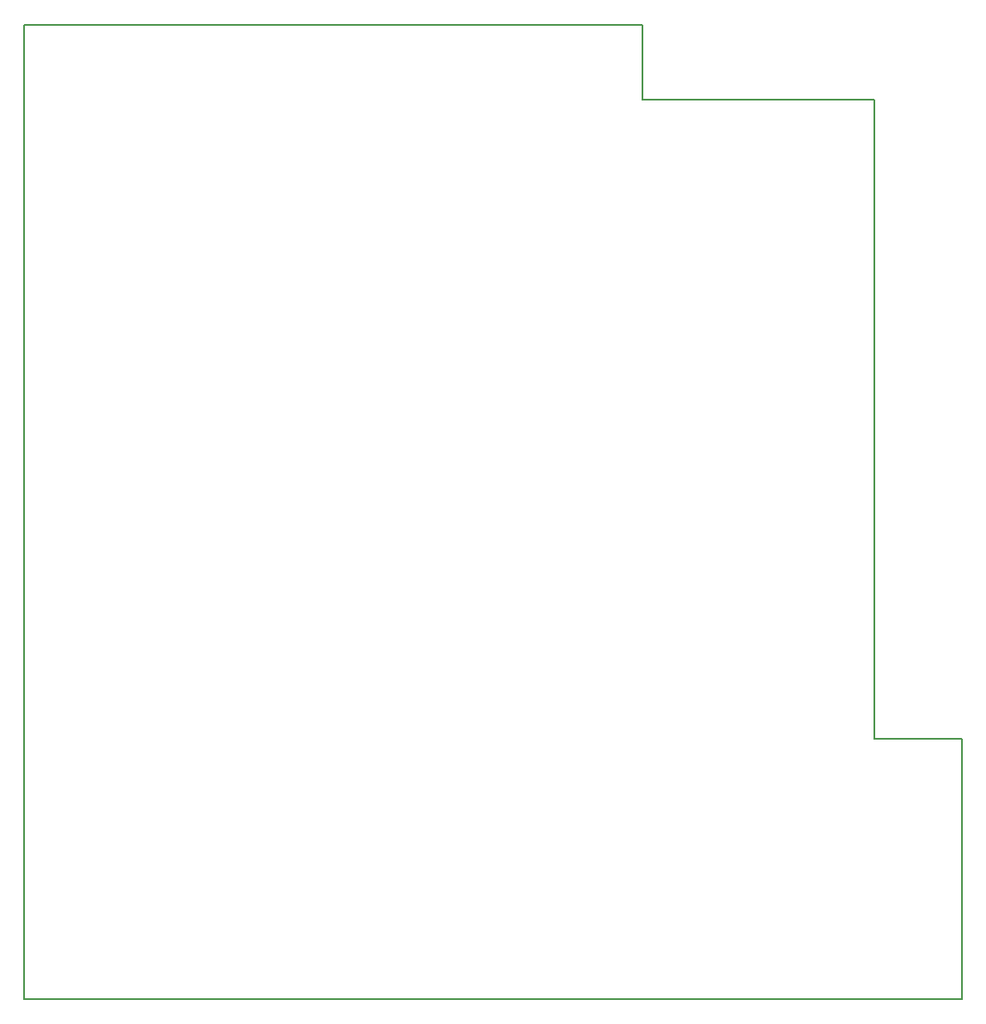
<source format=gbr>
G04 (created by PCBNEW (2013-may-18)-stable) date Вс 24 янв 2016 11:36:20*
%MOIN*%
G04 Gerber Fmt 3.4, Leading zero omitted, Abs format*
%FSLAX34Y34*%
G01*
G70*
G90*
G04 APERTURE LIST*
%ADD10C,0.00590551*%
G04 APERTURE END LIST*
G54D10*
X128000Y-27900D02*
X128000Y-52700D01*
X119400Y-27900D02*
X128000Y-27900D01*
X119000Y-27900D02*
X119400Y-27900D01*
X119000Y-25000D02*
X119000Y-27900D01*
X95000Y-25000D02*
X119000Y-25000D01*
X95000Y-62800D02*
X95000Y-25000D01*
X131400Y-62800D02*
X95000Y-62800D01*
X131400Y-52700D02*
X131400Y-62800D01*
X128000Y-52700D02*
X131400Y-52700D01*
M02*

</source>
